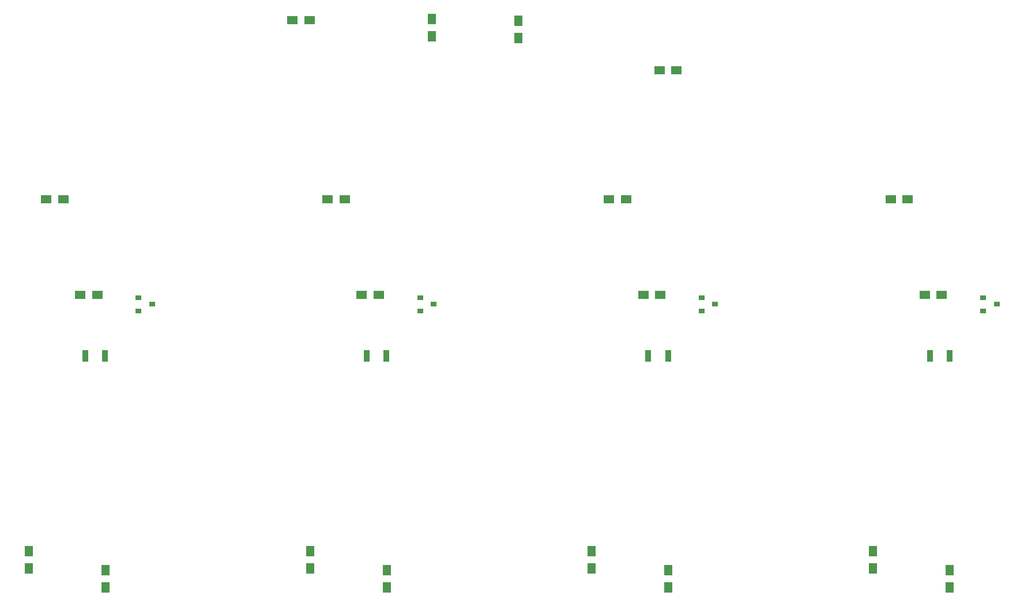
<source format=gbr>
%TF.GenerationSoftware,KiCad,Pcbnew,5.1.6*%
%TF.CreationDate,2020-07-30T12:55:36-05:00*%
%TF.ProjectId,pulsemixer_pcb,70756c73-656d-4697-9865-725f7063622e,rev?*%
%TF.SameCoordinates,Original*%
%TF.FileFunction,Paste,Bot*%
%TF.FilePolarity,Positive*%
%FSLAX46Y46*%
G04 Gerber Fmt 4.6, Leading zero omitted, Abs format (unit mm)*
G04 Created by KiCad (PCBNEW 5.1.6) date 2020-07-30 12:55:36*
%MOMM*%
%LPD*%
G01*
G04 APERTURE LIST*
%ADD10R,1.250000X1.500000*%
%ADD11R,1.500000X1.250000*%
%ADD12R,0.900000X0.800000*%
%ADD13R,0.900000X1.700000*%
G04 APERTURE END LIST*
D10*
%TO.C,C201*%
X100806000Y-124522000D03*
X100806000Y-122022000D03*
%TD*%
%TO.C,C202*%
X89538000Y-121712000D03*
X89538000Y-119212000D03*
%TD*%
D11*
%TO.C,C204*%
X97106000Y-81472000D03*
X99606000Y-81472000D03*
%TD*%
%TO.C,C203*%
X92106000Y-67472000D03*
X94606000Y-67472000D03*
%TD*%
D10*
%TO.C,C103*%
X161420000Y-43734000D03*
X161420000Y-41234000D03*
%TD*%
%TO.C,C102*%
X148720000Y-43480000D03*
X148720000Y-40980000D03*
%TD*%
%TO.C,C401*%
X183478000Y-124522000D03*
X183478000Y-122022000D03*
%TD*%
%TO.C,C402*%
X172210000Y-121712000D03*
X172210000Y-119212000D03*
%TD*%
D11*
%TO.C,C403*%
X174778000Y-67472000D03*
X177278000Y-67472000D03*
%TD*%
%TO.C,C404*%
X179778000Y-81472000D03*
X182278000Y-81472000D03*
%TD*%
D10*
%TO.C,C501*%
X224814000Y-124522000D03*
X224814000Y-122022000D03*
%TD*%
%TO.C,C502*%
X213546000Y-121712000D03*
X213546000Y-119212000D03*
%TD*%
D11*
%TO.C,C503*%
X216114000Y-67472000D03*
X218614000Y-67472000D03*
%TD*%
%TO.C,C504*%
X221114000Y-81472000D03*
X223614000Y-81472000D03*
%TD*%
D10*
%TO.C,C301*%
X142142000Y-124522000D03*
X142142000Y-122022000D03*
%TD*%
%TO.C,C302*%
X130874000Y-119212000D03*
X130874000Y-121712000D03*
%TD*%
D11*
%TO.C,C303*%
X133442000Y-67472000D03*
X135942000Y-67472000D03*
%TD*%
%TO.C,C304*%
X140942000Y-81472000D03*
X138442000Y-81472000D03*
%TD*%
%TO.C,C107*%
X128290000Y-41148000D03*
X130790000Y-41148000D03*
%TD*%
D12*
%TO.C,Q201*%
X105679949Y-83850184D03*
X105679949Y-81950184D03*
X107679949Y-82900184D03*
%TD*%
%TO.C,Q301*%
X147015949Y-83850184D03*
X147015949Y-81950184D03*
X149015949Y-82900184D03*
%TD*%
%TO.C,Q401*%
X190351949Y-82900184D03*
X188351949Y-81950184D03*
X188351949Y-83850184D03*
%TD*%
%TO.C,Q501*%
X231687949Y-82900184D03*
X229687949Y-81950184D03*
X229687949Y-83850184D03*
%TD*%
D13*
%TO.C,R208*%
X100756000Y-90520184D03*
X97856000Y-90520184D03*
%TD*%
%TO.C,R308*%
X139192000Y-90520184D03*
X142092000Y-90520184D03*
%TD*%
%TO.C,R408*%
X183428000Y-90520184D03*
X180528000Y-90520184D03*
%TD*%
%TO.C,R508*%
X221864000Y-90520184D03*
X224764000Y-90520184D03*
%TD*%
D11*
%TO.C,C108*%
X182183000Y-48531000D03*
X184683000Y-48531000D03*
%TD*%
M02*

</source>
